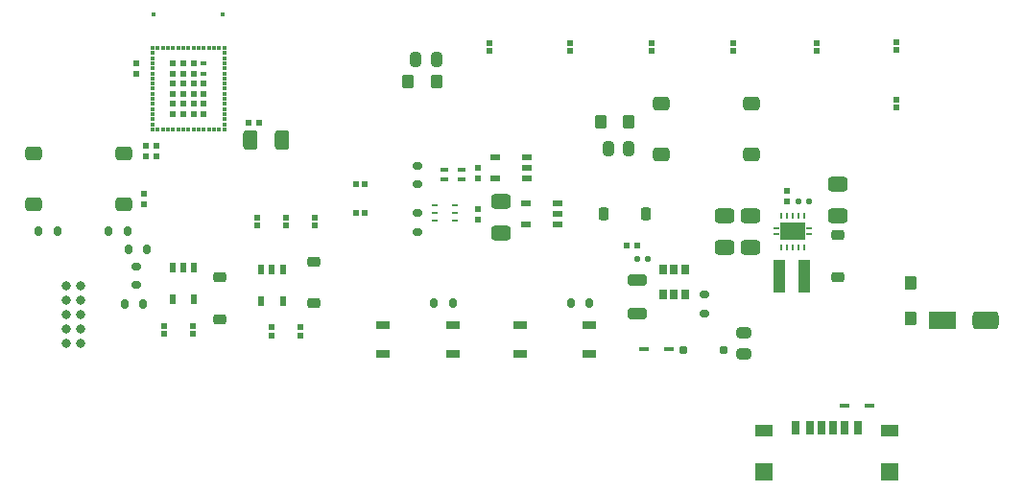
<source format=gtp>
G04*
G04 #@! TF.GenerationSoftware,Altium Limited,Altium Designer,24.9.1 (31)*
G04*
G04 Layer_Color=8421504*
%FSLAX44Y44*%
%MOMM*%
G71*
G04*
G04 #@! TF.SameCoordinates,DA4EDB6E-3878-44D2-BF23-6E32A7E0A26F*
G04*
G04*
G04 #@! TF.FilePolarity,Positive*
G04*
G01*
G75*
%ADD18R,0.3500X0.3000*%
%ADD19R,0.3000X0.3500*%
%ADD20R,0.3500X0.3500*%
%ADD21R,0.3500X0.3500*%
%ADD22R,0.4300X0.4300*%
%ADD23R,0.6000X0.6000*%
%ADD24R,0.6000X0.4318*%
%ADD25R,0.5080X0.4318*%
%ADD26R,0.7493X1.2493*%
%ADD27R,0.7109X1.2509*%
%ADD28R,0.6534X1.2534*%
%ADD29R,1.6154X1.5154*%
%ADD30R,1.6279X1.1279*%
G04:AMPARAMS|DCode=31|XSize=1.4772mm|YSize=1.2272mm|CornerRadius=0.2886mm|HoleSize=0mm|Usage=FLASHONLY|Rotation=0.000|XOffset=0mm|YOffset=0mm|HoleType=Round|Shape=RoundedRectangle|*
%AMROUNDEDRECTD31*
21,1,1.4772,0.6500,0,0,0.0*
21,1,0.9000,1.2272,0,0,0.0*
1,1,0.5772,0.4500,-0.3250*
1,1,0.5772,-0.4500,-0.3250*
1,1,0.5772,-0.4500,0.3250*
1,1,0.5772,0.4500,0.3250*
%
%ADD31ROUNDEDRECTD31*%
%ADD32R,0.2225X0.5825*%
%ADD33R,2.2997X1.5497*%
%ADD34R,0.4829X0.2330*%
%ADD35R,0.5616X0.9616*%
G04:AMPARAMS|DCode=36|XSize=0.5692mm|YSize=0.5692mm|CornerRadius=0.1346mm|HoleSize=0mm|Usage=FLASHONLY|Rotation=0.000|XOffset=0mm|YOffset=0mm|HoleType=Round|Shape=RoundedRectangle|*
%AMROUNDEDRECTD36*
21,1,0.5692,0.3000,0,0,0.0*
21,1,0.3000,0.5692,0,0,0.0*
1,1,0.2692,0.1500,-0.1500*
1,1,0.2692,-0.1500,-0.1500*
1,1,0.2692,-0.1500,0.1500*
1,1,0.2692,0.1500,0.1500*
%
%ADD36ROUNDEDRECTD36*%
G04:AMPARAMS|DCode=37|XSize=0.8104mm|YSize=0.6604mm|CornerRadius=0.1552mm|HoleSize=0mm|Usage=FLASHONLY|Rotation=90.000|XOffset=0mm|YOffset=0mm|HoleType=Round|Shape=RoundedRectangle|*
%AMROUNDEDRECTD37*
21,1,0.8104,0.3500,0,0,90.0*
21,1,0.5000,0.6604,0,0,90.0*
1,1,0.3104,0.1750,0.2500*
1,1,0.3104,0.1750,-0.2500*
1,1,0.3104,-0.1750,-0.2500*
1,1,0.3104,-0.1750,0.2500*
%
%ADD37ROUNDEDRECTD37*%
G04:AMPARAMS|DCode=38|XSize=1.0398mm|YSize=1.1898mm|CornerRadius=0.2449mm|HoleSize=0mm|Usage=FLASHONLY|Rotation=180.000|XOffset=0mm|YOffset=0mm|HoleType=Round|Shape=RoundedRectangle|*
%AMROUNDEDRECTD38*
21,1,1.0398,0.7000,0,0,180.0*
21,1,0.5500,1.1898,0,0,180.0*
1,1,0.4898,-0.2750,0.3500*
1,1,0.4898,0.2750,0.3500*
1,1,0.4898,0.2750,-0.3500*
1,1,0.4898,-0.2750,-0.3500*
%
%ADD38ROUNDEDRECTD38*%
%ADD39R,0.4720X0.5720*%
%ADD40R,1.1508X0.7508*%
G04:AMPARAMS|DCode=41|XSize=0.5692mm|YSize=0.5692mm|CornerRadius=0.1346mm|HoleSize=0mm|Usage=FLASHONLY|Rotation=90.000|XOffset=0mm|YOffset=0mm|HoleType=Round|Shape=RoundedRectangle|*
%AMROUNDEDRECTD41*
21,1,0.5692,0.3000,0,0,90.0*
21,1,0.3000,0.5692,0,0,90.0*
1,1,0.2692,0.1500,0.1500*
1,1,0.2692,0.1500,-0.1500*
1,1,0.2692,-0.1500,-0.1500*
1,1,0.2692,-0.1500,0.1500*
%
%ADD41ROUNDEDRECTD41*%
G04:AMPARAMS|DCode=42|XSize=1.2907mm|YSize=0.9407mm|CornerRadius=0.2204mm|HoleSize=0mm|Usage=FLASHONLY|Rotation=270.000|XOffset=0mm|YOffset=0mm|HoleType=Round|Shape=RoundedRectangle|*
%AMROUNDEDRECTD42*
21,1,1.2907,0.5000,0,0,270.0*
21,1,0.8500,0.9407,0,0,270.0*
1,1,0.4407,-0.2500,-0.4250*
1,1,0.4407,-0.2500,0.4250*
1,1,0.4407,0.2500,0.4250*
1,1,0.4407,0.2500,-0.4250*
%
%ADD42ROUNDEDRECTD42*%
G04:AMPARAMS|DCode=43|XSize=0.4196mm|YSize=0.8196mm|CornerRadius=0.0973mm|HoleSize=0mm|Usage=FLASHONLY|Rotation=270.000|XOffset=0mm|YOffset=0mm|HoleType=Round|Shape=RoundedRectangle|*
%AMROUNDEDRECTD43*
21,1,0.4196,0.6250,0,0,270.0*
21,1,0.2250,0.8196,0,0,270.0*
1,1,0.1946,-0.3125,-0.1125*
1,1,0.1946,-0.3125,0.1125*
1,1,0.1946,0.3125,0.1125*
1,1,0.1946,0.3125,-0.1125*
%
%ADD43ROUNDEDRECTD43*%
G04:AMPARAMS|DCode=44|XSize=1.0872mm|YSize=1.2372mm|CornerRadius=0.2561mm|HoleSize=0mm|Usage=FLASHONLY|Rotation=0.000|XOffset=0mm|YOffset=0mm|HoleType=Round|Shape=RoundedRectangle|*
%AMROUNDEDRECTD44*
21,1,1.0872,0.7250,0,0,0.0*
21,1,0.5750,1.2372,0,0,0.0*
1,1,0.5122,0.2875,-0.3625*
1,1,0.5122,-0.2875,-0.3625*
1,1,0.5122,-0.2875,0.3625*
1,1,0.5122,0.2875,0.3625*
%
%ADD44ROUNDEDRECTD44*%
G04:AMPARAMS|DCode=45|XSize=1.1469mm|YSize=0.8469mm|CornerRadius=0.1985mm|HoleSize=0mm|Usage=FLASHONLY|Rotation=270.000|XOffset=0mm|YOffset=0mm|HoleType=Round|Shape=RoundedRectangle|*
%AMROUNDEDRECTD45*
21,1,1.1469,0.4500,0,0,270.0*
21,1,0.7500,0.8469,0,0,270.0*
1,1,0.3969,-0.2250,-0.3750*
1,1,0.3969,-0.2250,0.3750*
1,1,0.3969,0.2250,0.3750*
1,1,0.3969,0.2250,-0.3750*
%
%ADD45ROUNDEDRECTD45*%
G04:AMPARAMS|DCode=46|XSize=1.1469mm|YSize=0.8469mm|CornerRadius=0.1985mm|HoleSize=0mm|Usage=FLASHONLY|Rotation=0.000|XOffset=0mm|YOffset=0mm|HoleType=Round|Shape=RoundedRectangle|*
%AMROUNDEDRECTD46*
21,1,1.1469,0.4500,0,0,0.0*
21,1,0.7500,0.8469,0,0,0.0*
1,1,0.3969,0.3750,-0.2250*
1,1,0.3969,-0.3750,-0.2250*
1,1,0.3969,-0.3750,0.2250*
1,1,0.3969,0.3750,0.2250*
%
%ADD46ROUNDEDRECTD46*%
G04:AMPARAMS|DCode=47|XSize=1.7204mm|YSize=1.2704mm|CornerRadius=0.2977mm|HoleSize=0mm|Usage=FLASHONLY|Rotation=0.000|XOffset=0mm|YOffset=0mm|HoleType=Round|Shape=RoundedRectangle|*
%AMROUNDEDRECTD47*
21,1,1.7204,0.6750,0,0,0.0*
21,1,1.1250,1.2704,0,0,0.0*
1,1,0.5954,0.5625,-0.3375*
1,1,0.5954,-0.5625,-0.3375*
1,1,0.5954,-0.5625,0.3375*
1,1,0.5954,0.5625,0.3375*
%
%ADD47ROUNDEDRECTD47*%
G04:AMPARAMS|DCode=48|XSize=0.8104mm|YSize=0.6604mm|CornerRadius=0.1552mm|HoleSize=0mm|Usage=FLASHONLY|Rotation=0.000|XOffset=0mm|YOffset=0mm|HoleType=Round|Shape=RoundedRectangle|*
%AMROUNDEDRECTD48*
21,1,0.8104,0.3500,0,0,0.0*
21,1,0.5000,0.6604,0,0,0.0*
1,1,0.3104,0.2500,-0.1750*
1,1,0.3104,-0.2500,-0.1750*
1,1,0.3104,-0.2500,0.1750*
1,1,0.3104,0.2500,0.1750*
%
%ADD48ROUNDEDRECTD48*%
%ADD49R,0.6578X0.9578*%
G04:AMPARAMS|DCode=50|XSize=1.631mm|YSize=1.031mm|CornerRadius=0.2405mm|HoleSize=0mm|Usage=FLASHONLY|Rotation=180.000|XOffset=0mm|YOffset=0mm|HoleType=Round|Shape=RoundedRectangle|*
%AMROUNDEDRECTD50*
21,1,1.6310,0.5500,0,0,180.0*
21,1,1.1500,1.0310,0,0,180.0*
1,1,0.4810,-0.5750,0.2750*
1,1,0.4810,0.5750,0.2750*
1,1,0.4810,0.5750,-0.2750*
1,1,0.4810,-0.5750,-0.2750*
%
%ADD50ROUNDEDRECTD50*%
G04:AMPARAMS|DCode=51|XSize=0.5218mm|YSize=0.5218mm|CornerRadius=0.1234mm|HoleSize=0mm|Usage=FLASHONLY|Rotation=270.000|XOffset=0mm|YOffset=0mm|HoleType=Round|Shape=RoundedRectangle|*
%AMROUNDEDRECTD51*
21,1,0.5218,0.2750,0,0,270.0*
21,1,0.2750,0.5218,0,0,270.0*
1,1,0.2468,-0.1375,-0.1375*
1,1,0.2468,-0.1375,0.1375*
1,1,0.2468,0.1375,0.1375*
1,1,0.2468,0.1375,-0.1375*
%
%ADD51ROUNDEDRECTD51*%
G04:AMPARAMS|DCode=52|XSize=1.5973mm|YSize=2.2973mm|CornerRadius=0.3736mm|HoleSize=0mm|Usage=FLASHONLY|Rotation=90.000|XOffset=0mm|YOffset=0mm|HoleType=Round|Shape=RoundedRectangle|*
%AMROUNDEDRECTD52*
21,1,1.5973,1.5500,0,0,90.0*
21,1,0.8500,2.2973,0,0,90.0*
1,1,0.7473,0.7750,0.4250*
1,1,0.7473,0.7750,-0.4250*
1,1,0.7473,-0.7750,-0.4250*
1,1,0.7473,-0.7750,0.4250*
%
%ADD52ROUNDEDRECTD52*%
G04:AMPARAMS|DCode=53|XSize=1.5979mm|YSize=2.2979mm|CornerRadius=0.034mm|HoleSize=0mm|Usage=FLASHONLY|Rotation=90.000|XOffset=0mm|YOffset=0mm|HoleType=Round|Shape=RoundedRectangle|*
%AMROUNDEDRECTD53*
21,1,1.5979,2.2300,0,0,90.0*
21,1,1.5300,2.2979,0,0,90.0*
1,1,0.0679,1.1150,0.7650*
1,1,0.0679,1.1150,-0.7650*
1,1,0.0679,-1.1150,-0.7650*
1,1,0.0679,-1.1150,0.7650*
%
%ADD53ROUNDEDRECTD53*%
%ADD54R,1.0553X2.9653*%
G04:AMPARAMS|DCode=55|XSize=1.2907mm|YSize=0.9407mm|CornerRadius=0.2204mm|HoleSize=0mm|Usage=FLASHONLY|Rotation=180.000|XOffset=0mm|YOffset=0mm|HoleType=Round|Shape=RoundedRectangle|*
%AMROUNDEDRECTD55*
21,1,1.2907,0.5000,0,0,180.0*
21,1,0.8500,0.9407,0,0,180.0*
1,1,0.4407,-0.4250,0.2500*
1,1,0.4407,0.4250,0.2500*
1,1,0.4407,0.4250,-0.2500*
1,1,0.4407,-0.4250,-0.2500*
%
%ADD55ROUNDEDRECTD55*%
G04:AMPARAMS|DCode=56|XSize=0.7115mm|YSize=0.7115mm|CornerRadius=0.1683mm|HoleSize=0mm|Usage=FLASHONLY|Rotation=270.000|XOffset=0mm|YOffset=0mm|HoleType=Round|Shape=RoundedRectangle|*
%AMROUNDEDRECTD56*
21,1,0.7115,0.3750,0,0,270.0*
21,1,0.3750,0.7115,0,0,270.0*
1,1,0.3365,-0.1875,-0.1875*
1,1,0.3365,-0.1875,0.1875*
1,1,0.3365,0.1875,0.1875*
1,1,0.3365,0.1875,-0.1875*
%
%ADD56ROUNDEDRECTD56*%
%ADD57R,0.9616X0.5616*%
%ADD58R,0.7112X0.3048*%
%ADD59R,0.5301X0.2801*%
G04:AMPARAMS|DCode=60|XSize=1.7204mm|YSize=1.2704mm|CornerRadius=0.2977mm|HoleSize=0mm|Usage=FLASHONLY|Rotation=270.000|XOffset=0mm|YOffset=0mm|HoleType=Round|Shape=RoundedRectangle|*
%AMROUNDEDRECTD60*
21,1,1.7204,0.6750,0,0,270.0*
21,1,1.1250,1.2704,0,0,270.0*
1,1,0.5954,-0.3375,-0.5625*
1,1,0.5954,-0.3375,0.5625*
1,1,0.5954,0.3375,0.5625*
1,1,0.5954,0.3375,-0.5625*
%
%ADD60ROUNDEDRECTD60*%
%ADD61R,0.5720X0.4720*%
%ADD62C,0.8193*%
D18*
X17780Y951340D02*
D03*
Y946840D02*
D03*
Y942340D02*
D03*
Y937840D02*
D03*
Y933340D02*
D03*
Y928840D02*
D03*
Y924340D02*
D03*
Y919840D02*
D03*
Y915340D02*
D03*
Y910840D02*
D03*
Y906340D02*
D03*
Y901840D02*
D03*
Y897340D02*
D03*
Y892840D02*
D03*
Y888340D02*
D03*
X81280D02*
D03*
Y892840D02*
D03*
Y897340D02*
D03*
Y901840D02*
D03*
Y906340D02*
D03*
Y910840D02*
D03*
Y915340D02*
D03*
Y919840D02*
D03*
Y924340D02*
D03*
Y928840D02*
D03*
Y933340D02*
D03*
Y937840D02*
D03*
Y942340D02*
D03*
Y946840D02*
D03*
Y951340D02*
D03*
D19*
X22530Y883590D02*
D03*
X27030D02*
D03*
X31530D02*
D03*
X36030D02*
D03*
X40530D02*
D03*
X45030D02*
D03*
X49530D02*
D03*
X54030D02*
D03*
X58530D02*
D03*
X63030D02*
D03*
X67530D02*
D03*
X72030D02*
D03*
X76530D02*
D03*
Y956090D02*
D03*
X72030D02*
D03*
X67530D02*
D03*
X63030D02*
D03*
X58530D02*
D03*
X54030D02*
D03*
X49530D02*
D03*
X45030D02*
D03*
X40530D02*
D03*
X36030D02*
D03*
X31530D02*
D03*
X27030D02*
D03*
X22530D02*
D03*
D20*
X81280D02*
D03*
X17780D02*
D03*
D21*
X81280Y883590D02*
D03*
X17780D02*
D03*
D22*
X80030Y985690D02*
D03*
X19030D02*
D03*
D23*
X45030Y942340D02*
D03*
X36030D02*
D03*
X54030D02*
D03*
X45030Y933340D02*
D03*
X36030D02*
D03*
X54030D02*
D03*
X45030Y924340D02*
D03*
X36030D02*
D03*
X54030D02*
D03*
X63030D02*
D03*
X45030Y915340D02*
D03*
X36030D02*
D03*
X54030D02*
D03*
X63030D02*
D03*
X45030Y906340D02*
D03*
X36030D02*
D03*
X54030D02*
D03*
X63030D02*
D03*
X45030Y897340D02*
D03*
X36030D02*
D03*
X54030D02*
D03*
X63030D02*
D03*
D24*
Y942340D02*
D03*
D25*
Y933340D02*
D03*
D26*
X585429Y620614D02*
D03*
X640429D02*
D03*
D27*
X597729D02*
D03*
X628129D02*
D03*
D28*
X617929D02*
D03*
X607929D02*
D03*
D29*
X668129Y581714D02*
D03*
X557729D02*
D03*
D30*
X668129Y617714D02*
D03*
X557729D02*
D03*
D31*
X-87032Y862470D02*
D03*
X-7532D02*
D03*
X-87032Y817470D02*
D03*
X-7532D02*
D03*
X546100Y861954D02*
D03*
X466600D02*
D03*
X546100Y906954D02*
D03*
X466600D02*
D03*
D32*
X572866Y780011D02*
D03*
X577866D02*
D03*
X582866D02*
D03*
X587866D02*
D03*
X592866D02*
D03*
Y808011D02*
D03*
X587866D02*
D03*
X582866D02*
D03*
X577866D02*
D03*
X572866D02*
D03*
D33*
X582866Y794011D02*
D03*
D34*
X597366Y791511D02*
D03*
Y796511D02*
D03*
X568366D02*
D03*
Y791511D02*
D03*
D35*
X54582Y733618D02*
D03*
X35582D02*
D03*
Y761618D02*
D03*
X45082D02*
D03*
X54582D02*
D03*
X132805Y760422D02*
D03*
X123305D02*
D03*
X113805D02*
D03*
Y732422D02*
D03*
X132805D02*
D03*
D36*
X3810Y932686D02*
D03*
Y942086D02*
D03*
X12334Y869442D02*
D03*
Y860042D02*
D03*
X10414Y818063D02*
D03*
Y827462D02*
D03*
X577866Y819946D02*
D03*
Y829346D02*
D03*
X305308Y849632D02*
D03*
Y840232D02*
D03*
X304800Y804160D02*
D03*
Y813560D02*
D03*
X21082Y869442D02*
D03*
Y860042D02*
D03*
D37*
X282680Y730614D02*
D03*
X266180D02*
D03*
X403474Y730297D02*
D03*
X386974D02*
D03*
X-6754Y729991D02*
D03*
X9746D02*
D03*
X-82418Y793750D02*
D03*
X-65918D02*
D03*
X-20696Y794004D02*
D03*
X-4196D02*
D03*
X-3170Y778256D02*
D03*
X13330D02*
D03*
D38*
X268356Y925840D02*
D03*
X243356D02*
D03*
X438251Y890704D02*
D03*
X413251D02*
D03*
D39*
X204866Y810106D02*
D03*
X197866D02*
D03*
Y835506D02*
D03*
X204866D02*
D03*
D40*
X403553Y685434D02*
D03*
Y710834D02*
D03*
X342053D02*
D03*
Y685434D02*
D03*
X282973Y685942D02*
D03*
Y711342D02*
D03*
X221473D02*
D03*
Y685942D02*
D03*
D41*
X112238Y889840D02*
D03*
X102837D02*
D03*
X445516Y781424D02*
D03*
X436116D02*
D03*
D42*
X268356Y945340D02*
D03*
X250356D02*
D03*
X438251Y867222D02*
D03*
X420251D02*
D03*
D43*
X473694Y689800D02*
D03*
X451194D02*
D03*
X628129Y640114D02*
D03*
X650629D02*
D03*
D44*
X687192Y748035D02*
D03*
Y717035D02*
D03*
D45*
X415898Y809211D02*
D03*
X452898D02*
D03*
D46*
X622808Y753448D02*
D03*
Y790448D02*
D03*
X77151Y753026D02*
D03*
Y716026D02*
D03*
X160021Y767297D02*
D03*
Y730297D02*
D03*
D47*
X622808Y835474D02*
D03*
Y807974D02*
D03*
X545313Y807424D02*
D03*
Y779924D02*
D03*
X522624Y807511D02*
D03*
Y780011D02*
D03*
X325628Y792446D02*
D03*
Y819946D02*
D03*
D48*
X504456Y721451D02*
D03*
Y737952D02*
D03*
X251606Y851853D02*
D03*
Y835353D02*
D03*
Y793538D02*
D03*
Y810038D02*
D03*
X3996Y762922D02*
D03*
Y746422D02*
D03*
D49*
X468480Y738035D02*
D03*
X477980D02*
D03*
X487480D02*
D03*
Y760035D02*
D03*
X477980D02*
D03*
X468480D02*
D03*
D50*
X445516Y750592D02*
D03*
Y721592D02*
D03*
D51*
Y769535D02*
D03*
X454516D02*
D03*
X596866Y819946D02*
D03*
X587866D02*
D03*
D52*
X753222Y715010D02*
D03*
D53*
X715222D02*
D03*
D54*
X570927Y754285D02*
D03*
X592527D02*
D03*
D55*
X539362Y686033D02*
D03*
Y704033D02*
D03*
D56*
X521922Y689434D02*
D03*
X485922D02*
D03*
D57*
X346934Y799998D02*
D03*
Y818998D02*
D03*
X374934D02*
D03*
Y809498D02*
D03*
Y799998D02*
D03*
X320010Y840384D02*
D03*
Y859384D02*
D03*
X348010D02*
D03*
Y849884D02*
D03*
Y840384D02*
D03*
D58*
X290244Y848043D02*
D03*
Y840042D02*
D03*
X275258D02*
D03*
Y848043D02*
D03*
D59*
X267088Y816552D02*
D03*
Y810052D02*
D03*
Y803552D02*
D03*
X284588D02*
D03*
Y810052D02*
D03*
Y816552D02*
D03*
D60*
X104756Y874488D02*
D03*
X132256D02*
D03*
D61*
X148705Y701997D02*
D03*
Y708997D02*
D03*
X27758Y703415D02*
D03*
Y710415D02*
D03*
X53549Y703415D02*
D03*
Y710415D02*
D03*
X135947Y806136D02*
D03*
Y799136D02*
D03*
X161347Y806029D02*
D03*
Y799028D02*
D03*
X110212Y806136D02*
D03*
Y799136D02*
D03*
X123305Y701997D02*
D03*
Y708997D02*
D03*
X604266Y960000D02*
D03*
Y953000D02*
D03*
X530606Y960000D02*
D03*
Y953000D02*
D03*
X458123Y960000D02*
D03*
Y953000D02*
D03*
X386334Y960000D02*
D03*
Y953000D02*
D03*
X314928Y960000D02*
D03*
Y953000D02*
D03*
X674316Y953724D02*
D03*
Y960724D02*
D03*
Y902924D02*
D03*
Y909924D02*
D03*
D62*
X-58420Y745744D02*
D03*
Y733044D02*
D03*
Y720344D02*
D03*
Y707644D02*
D03*
Y694944D02*
D03*
X-45720D02*
D03*
Y707644D02*
D03*
Y720344D02*
D03*
Y733044D02*
D03*
Y745744D02*
D03*
M02*

</source>
